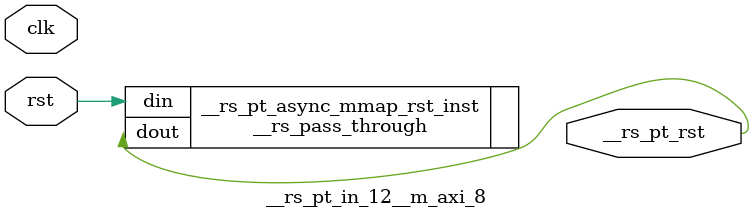
<source format=v>
`timescale 1 ns / 1 ps
/**   Generated by RapidStream   **/
module __rs_pt_in_12__m_axi_8 #(
    parameter BufferSize         = 32,
    parameter BufferSizeLog      = 5,
    parameter AddrWidth          = 64,
    parameter AxiSideAddrWidth   = 64,
    parameter DataWidth          = 512,
    parameter DataWidthBytesLog  = 6,
    parameter WaitTimeWidth      = 4,
    parameter BurstLenWidth      = 8,
    parameter EnableReadChannel  = 1,
    parameter EnableWriteChannel = 1,
    parameter MaxWaitTime        = 3,
    parameter MaxBurstLen        = 15
) (
    output wire __rs_pt_rst,
    input wire  clk,
    input wire  rst
);




__rs_pass_through #(
    .WIDTH (1)
) __rs_pt_async_mmap_rst_inst /**   Generated by RapidStream   **/ (
    .din  (rst),
    .dout (__rs_pt_rst)
);

endmodule  // __rs_pt_in_12__m_axi_8
</source>
